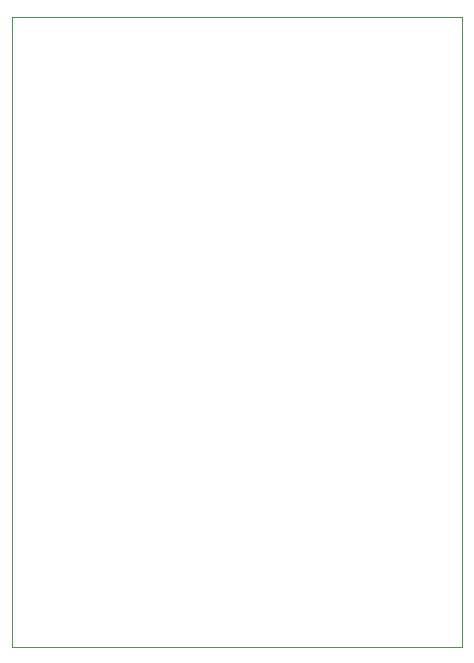
<source format=gm1>
G04 #@! TF.GenerationSoftware,KiCad,Pcbnew,7.0.10*
G04 #@! TF.CreationDate,2024-03-08T11:33:54-05:00*
G04 #@! TF.ProjectId,swipe-stack-glove,73776970-652d-4737-9461-636b2d676c6f,1*
G04 #@! TF.SameCoordinates,Original*
G04 #@! TF.FileFunction,Profile,NP*
%FSLAX46Y46*%
G04 Gerber Fmt 4.6, Leading zero omitted, Abs format (unit mm)*
G04 Created by KiCad (PCBNEW 7.0.10) date 2024-03-08 11:33:54*
%MOMM*%
%LPD*%
G01*
G04 APERTURE LIST*
G04 #@! TA.AperFunction,Profile*
%ADD10C,0.100000*%
G04 #@! TD*
G04 APERTURE END LIST*
D10*
X133096000Y-72644000D02*
X171196000Y-72644000D01*
X171196000Y-125984000D01*
X133096000Y-125984000D01*
X133096000Y-72644000D01*
M02*

</source>
